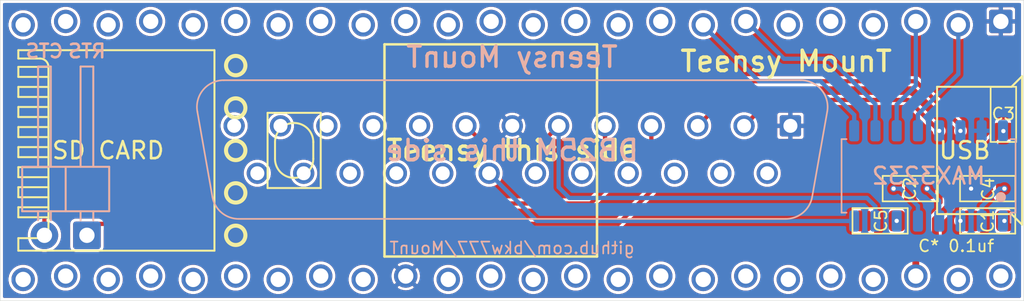
<source format=kicad_pcb>
(kicad_pcb (version 20171130) (host pcbnew 5.1.6-c6e7f7d~87~ubuntu20.04.1)
  (layers (0 F.Cu signal) (31 B.Cu signal) (34 B.Paste user hide) (35 F.Paste user hide) (36 B.SilkS user) (37 F.SilkS user) (38 B.Mask user) (39 F.Mask user hide) (44 Edge.Cuts user))
  (net 0 "")
  (net 1 GND)
  (net 2 "Net-(C1-Pad1)")
  (net 3 "Net-(C1-Pad2)")
  (net 4 "Net-(C2-Pad1)")
  (net 5 "Net-(C2-Pad2)")
  (net 6 "Net-(C4-Pad1)")
  (net 7 "Net-(C5-Pad1)")
  (net 8 +3V3)
  (net 9 /DTR_TTL)
  (net 10 /DSR_TTL)
  (net 11 /TX_TTL)
  (net 12 /RX_TTL)
  (net 13 /DTR_232)
  (net 14 /DCD_232)
  (net 15 /DSR_232)
  (net 16 /CTS_232)
  (net 17 /RTS_232)
  (net 18 /RX_232)
  (net 19 /TX_232)
  (module 0_LOCAL:DSUB-25_Male_Vertical_P2.77x2.84mm (layer B.Cu) (at 163.957 95.0468 180)
    (fp_text reference J2 hide)
    (fp_text value DB25_Male)
    (fp_arc (start 32.963927 -3.97) (end 32.963927 -5.57) (angle 80) (layer B.SilkS) (width 0.1))
    (fp_arc (start 0.276073 -3.97) (end 0.276073 -5.57) (angle -80) (layer B.SilkS) (width 0.1))
    (fp_arc (start 33.863194 1.13) (end 33.863194 2.73) (angle -100) (layer B.SilkS) (width 0.1))
    (fp_arc (start -0.623194 1.13) (end -0.623194 2.73) (angle 100) (layer B.SilkS) (width 0.1))
    (fp_line (start -2.198887 0.852163) (end -1.299619 -4.247837) (layer B.SilkS) (width 0.1))
    (fp_line (start 35.438887 0.852163) (end 34.539619 -4.247837) (layer B.SilkS) (width 0.1))
    (fp_line (start 0.276073 -5.57) (end 32.963927 -5.57) (layer B.SilkS) (width 0.1))
    (fp_line (start -0.623194 2.73) (end 33.863194 2.73) (layer B.SilkS) (width 0.1))
    (pad 25 thru_hole circle (at 31.855 -2.84 180) (size 1.27 1.27) (drill 0.8382) (layers *.Cu *.Mask))
    (pad 24 thru_hole circle (at 29.085 -2.84 180) (size 1.27 1.27) (drill 0.8382) (layers *.Cu *.Mask))
    (pad 23 thru_hole circle (at 26.315 -2.84 180) (size 1.27 1.27) (drill 0.8382) (layers *.Cu *.Mask))
    (pad 22 thru_hole circle (at 23.545 -2.84 180) (size 1.27 1.27) (drill 0.8382) (layers *.Cu *.Mask))
    (pad 21 thru_hole circle (at 20.775 -2.84 180) (size 1.27 1.27) (drill 0.8382) (layers *.Cu *.Mask))
    (pad 20 thru_hole circle (at 18.005 -2.84 180) (size 1.27 1.27) (drill 0.8382) (layers *.Cu *.Mask) (net 13 /DTR_232))
    (pad 19 thru_hole circle (at 15.235 -2.84 180) (size 1.27 1.27) (drill 0.8382) (layers *.Cu *.Mask))
    (pad 18 thru_hole circle (at 12.465 -2.84 180) (size 1.27 1.27) (drill 0.8382) (layers *.Cu *.Mask))
    (pad 17 thru_hole circle (at 9.695 -2.84 180) (size 1.27 1.27) (drill 0.8382) (layers *.Cu *.Mask))
    (pad 16 thru_hole circle (at 6.925 -2.84 180) (size 1.27 1.27) (drill 0.8382) (layers *.Cu *.Mask))
    (pad 15 thru_hole circle (at 4.155 -2.84 180) (size 1.27 1.27) (drill 0.8382) (layers *.Cu *.Mask))
    (pad 14 thru_hole circle (at 1.385 -2.84 180) (size 1.27 1.27) (drill 0.8382) (layers *.Cu *.Mask))
    (pad 13 thru_hole circle (at 33.24 0 180) (size 1.27 1.27) (drill 0.8382) (layers *.Cu *.Mask))
    (pad 12 thru_hole circle (at 30.47 0 180) (size 1.27 1.27) (drill 0.8382) (layers *.Cu *.Mask))
    (pad 11 thru_hole circle (at 27.7 0 180) (size 1.27 1.27) (drill 0.8382) (layers *.Cu *.Mask))
    (pad 10 thru_hole circle (at 24.93 0 180) (size 1.27 1.27) (drill 0.8382) (layers *.Cu *.Mask))
    (pad 9 thru_hole circle (at 22.16 0 180) (size 1.27 1.27) (drill 0.8382) (layers *.Cu *.Mask))
    (pad 8 thru_hole circle (at 19.39 0 180) (size 1.27 1.27) (drill 0.8382) (layers *.Cu *.Mask) (net 14 /DCD_232))
    (pad 7 thru_hole circle (at 16.62 0 180) (size 1.27 1.27) (drill 0.8382) (layers *.Cu *.Mask) (net 1 GND))
    (pad 6 thru_hole circle (at 13.85 0 180) (size 1.27 1.27) (drill 0.8382) (layers *.Cu *.Mask) (net 15 /DSR_232))
    (pad 5 thru_hole circle (at 11.08 0 180) (size 1.27 1.27) (drill 0.8382) (layers *.Cu *.Mask) (net 16 /CTS_232))
    (pad 4 thru_hole circle (at 8.31 0 180) (size 1.27 1.27) (drill 0.8382) (layers *.Cu *.Mask) (net 17 /RTS_232))
    (pad 3 thru_hole circle (at 5.54 0 180) (size 1.27 1.27) (drill 0.8382) (layers *.Cu *.Mask) (net 18 /RX_232))
    (pad 2 thru_hole circle (at 2.77 0 180) (size 1.27 1.27) (drill 0.8382) (layers *.Cu *.Mask) (net 19 /TX_232))
    (pad 1 thru_hole roundrect (at 0 0 180) (size 1.27 1.27) (drill 0.8382) (layers *.Cu *.Mask) (roundrect_rratio 0.1) (net 1 GND))
  )
  (module 0_LOCAL:Teensy_MounT_stagger (layer F.Cu) (at 147.32 96.52 180)
    (fp_text reference J1 hide)
    (fp_text value Teensy hide)
    (fp_line (start 29.5 5) (end 29.5 4.4) (layer F.SilkS) (width 0.12))
    (fp_line (start 29.5 3.8) (end 29.5 3.2) (layer F.SilkS) (width 0.12))
    (fp_line (start 29.5 2.6) (end 29.5 2) (layer F.SilkS) (width 0.12))
    (fp_line (start 29.5 1.4) (end 29.5 0.8) (layer F.SilkS) (width 0.12))
    (fp_line (start 29.5 0.2) (end 29.5 -0.4) (layer F.SilkS) (width 0.12))
    (fp_line (start 29.5 -1) (end 29.5 -1.6) (layer F.SilkS) (width 0.12))
    (fp_line (start 29.5 -2.2) (end 29.5 -2.8) (layer F.SilkS) (width 0.12))
    (fp_line (start 29.5 4.4) (end 27.7 4.4) (layer F.SilkS) (width 0.12))
    (fp_line (start 29.5 3.2) (end 27.7 3.2) (layer F.SilkS) (width 0.12))
    (fp_line (start 29.5 2) (end 27.7 2) (layer F.SilkS) (width 0.12))
    (fp_line (start 29.5 0.8) (end 27.7 0.8) (layer F.SilkS) (width 0.12))
    (fp_line (start 29.5 -0.4) (end 27.7 -0.4) (layer F.SilkS) (width 0.12))
    (fp_line (start 29.5 -1.6) (end 27.7 -1.6) (layer F.SilkS) (width 0.12))
    (fp_line (start 29.5 -2.8) (end 27.7 -2.8) (layer F.SilkS) (width 0.12))
    (fp_line (start 27.7 5) (end 29.5 5) (layer F.SilkS) (width 0.12))
    (fp_line (start 27.7 3.8) (end 29.5 3.8) (layer F.SilkS) (width 0.12))
    (fp_line (start 27.7 2.6) (end 29.5 2.6) (layer F.SilkS) (width 0.12))
    (fp_line (start 27.7 1.4) (end 29.5 1.4) (layer F.SilkS) (width 0.12))
    (fp_line (start 27.7 0.2) (end 29.5 0.2) (layer F.SilkS) (width 0.12))
    (fp_line (start 27.7 -1) (end 29.5 -1) (layer F.SilkS) (width 0.12))
    (fp_line (start 27.7 -2.2) (end 29.5 -2.2) (layer F.SilkS) (width 0.12))
    (fp_line (start 17.78 6) (end 17.78 -6) (layer F.SilkS) (width 0.12))
    (fp_line (start 29.5 -4) (end 27.7 -4) (layer F.SilkS) (width 0.12))
    (fp_line (start 27.7 -3.4) (end 29.5 -3.4) (layer F.SilkS) (width 0.12))
    (fp_line (start 29.5 -3.4) (end 29.5 -4) (layer F.SilkS) (width 0.12))
    (fp_line (start 27.7 -4.75) (end 27.7 5) (layer F.SilkS) (width 0.12))
    (fp_line (start 29.5 -6) (end 29.5 -5.25) (layer F.SilkS) (width 0.12))
    (fp_line (start 29.5 6) (end 29.5 5.5) (layer F.SilkS) (width 0.12))
    (fp_line (start 29.5 5.5) (end 28.2 5.5) (layer F.SilkS) (width 0.12))
    (fp_line (start 29.5 -5.25) (end 28.2 -5.25) (layer F.SilkS) (width 0.12))
    (fp_line (start -30.48 -4.445) (end -29.845 -3.81) (layer F.SilkS) (width 0.12))
    (fp_line (start -30.48 4.445) (end -29.845 3.81) (layer F.SilkS) (width 0.12))
    (fp_line (start -30.48 -4.445) (end -30.48 4.445) (layer F.SilkS) (width 0.12))
    (fp_line (start 7.62 6.35) (end 7.62 -6.35) (layer F.SilkS) (width 0.15))
    (fp_line (start -5.08 -6.35) (end -5.08 6.35) (layer F.SilkS) (width 0.15))
    (fp_line (start -5.08 6.35) (end 7.62 6.35) (layer F.SilkS) (width 0.15))
    (fp_line (start -5.08 -6.35) (end 7.62 -6.35) (layer F.SilkS) (width 0.15))
    (fp_line (start 29.5 -6) (end 17.78 -6) (layer F.SilkS) (width 0.12))
    (fp_line (start 17.78 6) (end 29.5 6) (layer F.SilkS) (width 0.12))
    (fp_line (start -25.4 3.81) (end -25.4 -3.81) (layer F.SilkS) (width 0.12))
    (fp_line (start -25.4 -3.81) (end -29.845 -3.81) (layer F.SilkS) (width 0.12))
    (fp_line (start -25.4 3.81) (end -29.845 3.81) (layer F.SilkS) (width 0.12))
    (fp_line (start 11.43 -2.25) (end 11.43 2.25) (layer F.SilkS) (width 0.12))
    (fp_line (start 11.43 2.25) (end 14.605 2.25) (layer F.SilkS) (width 0.12))
    (fp_line (start 14.605 2.25) (end 14.605 -2.25) (layer F.SilkS) (width 0.12))
    (fp_line (start 14.605 -2.25) (end 11.43 -2.25) (layer F.SilkS) (width 0.12))
    (fp_line (start 11.8745 -0.5) (end 11.8745 0.5) (layer F.SilkS) (width 0.12))
    (fp_line (start 14.1605 -0.5) (end 14.1605 0.5) (layer F.SilkS) (width 0.12))
    (fp_circle (center 16.51 -5.08) (end 17.08912 -5.08) (layer F.SilkS) (width 0.2413))
    (fp_circle (center 16.51 -2.54) (end 17.08912 -2.54) (layer F.SilkS) (width 0.2413))
    (fp_circle (center 16.51 0) (end 17.08912 0) (layer F.SilkS) (width 0.2413))
    (fp_circle (center 16.51 2.54) (end 17.08912 2.54) (layer F.SilkS) (width 0.2413))
    (fp_circle (center 16.51 5.08) (end 17.08912 5.08) (layer F.SilkS) (width 0.2413))
    (fp_arc (start 28.2 5) (end 27.7 5) (angle -90) (layer F.SilkS) (width 0.12))
    (fp_arc (start 28.2 -4.75) (end 28.2 -5.25) (angle -90) (layer F.SilkS) (width 0.12))
    (fp_arc (start 13.0175 0.5) (end 11.8745 0.5) (angle -180) (layer F.SilkS) (width 0.12))
    (fp_arc (start 13.0175 -0.5) (end 14.1605 -0.5) (angle -180) (layer F.SilkS) (width 0.12))
    (pad 17 thru_hole circle (at 11.43 7.7216 180) (size 1.397 1.397) (drill 0.9144) (layers *.Cu *.Mask))
    (pad 18 thru_hole circle (at 13.97 7.5184 180) (size 1.397 1.397) (drill 0.9144) (layers *.Cu *.Mask))
    (pad 19 thru_hole circle (at 16.51 7.7216 180) (size 1.397 1.397) (drill 0.9144) (layers *.Cu *.Mask))
    (pad 20 thru_hole circle (at 19.05 7.5184 180) (size 1.397 1.397) (drill 0.9144) (layers *.Cu *.Mask))
    (pad 16 thru_hole circle (at 8.89 7.5184 180) (size 1.397 1.397) (drill 0.9144) (layers *.Cu *.Mask))
    (pad 15 thru_hole circle (at 6.35 7.7216 180) (size 1.397 1.397) (drill 0.9144) (layers *.Cu *.Mask))
    (pad 14 thru_hole circle (at 3.81 7.5184 180) (size 1.397 1.397) (drill 0.9144) (layers *.Cu *.Mask))
    (pad 21 thru_hole circle (at 21.59 7.7216 180) (size 1.397 1.397) (drill 0.9144) (layers *.Cu *.Mask))
    (pad 22 thru_hole circle (at 24.13 7.5184 180) (size 1.397 1.397) (drill 0.9144) (layers *.Cu *.Mask))
    (pad 23 thru_hole circle (at 26.67 7.7216 180) (size 1.397 1.397) (drill 0.9144) (layers *.Cu *.Mask))
    (pad 24 thru_hole circle (at 29.21 7.5184 180) (size 1.397 1.397) (drill 0.9144) (layers *.Cu *.Mask))
    (pad 30 thru_hole circle (at 29.21 -7.7216 180) (size 1.397 1.397) (drill 0.9144) (layers *.Cu *.Mask))
    (pad 31 thru_hole circle (at 26.67 -7.5184 180) (size 1.397 1.397) (drill 0.9144) (layers *.Cu *.Mask))
    (pad 32 thru_hole circle (at 24.13 -7.7216 180) (size 1.397 1.397) (drill 0.9144) (layers *.Cu *.Mask))
    (pad 33 thru_hole circle (at 21.59 -7.5184 180) (size 1.397 1.397) (drill 0.9144) (layers *.Cu *.Mask))
    (pad 34 thru_hole circle (at 19.05 -7.7216 180) (size 1.397 1.397) (drill 0.9144) (layers *.Cu *.Mask))
    (pad 35 thru_hole circle (at 16.51 -7.5184 180) (size 1.397 1.397) (drill 0.9144) (layers *.Cu *.Mask))
    (pad 36 thru_hole circle (at 13.97 -7.7216 180) (size 1.397 1.397) (drill 0.9144) (layers *.Cu *.Mask))
    (pad 37 thru_hole circle (at 11.43 -7.5184 180) (size 1.397 1.397) (drill 0.9144) (layers *.Cu *.Mask))
    (pad 13 thru_hole circle (at 1.2446 7.7216 180) (size 1.397 1.397) (drill 0.9144) (layers *.Cu *.Mask))
    (pad 12 thru_hole circle (at -1.27 7.5184 180) (size 1.397 1.397) (drill 0.9144) (layers *.Cu *.Mask))
    (pad 11 thru_hole circle (at -3.81 7.7216 180) (size 1.397 1.397) (drill 0.9144) (layers *.Cu *.Mask))
    (pad 10 thru_hole circle (at -6.35 7.5184 180) (size 1.397 1.397) (drill 0.9144) (layers *.Cu *.Mask))
    (pad 9 thru_hole circle (at -8.89 7.7216 180) (size 1.397 1.397) (drill 0.9144) (layers *.Cu *.Mask))
    (pad 8 thru_hole circle (at -11.43 7.5184 180) (size 1.397 1.397) (drill 0.9144) (layers *.Cu *.Mask) (net 10 /DSR_TTL))
    (pad 7 thru_hole circle (at -13.97 7.7216 180) (size 1.397 1.397) (drill 0.9144) (layers *.Cu *.Mask) (net 9 /DTR_TTL))
    (pad 6 thru_hole circle (at -16.51 7.5184 180) (size 1.397 1.397) (drill 0.9144) (layers *.Cu *.Mask))
    (pad 5 thru_hole circle (at -19.05 7.7216 180) (size 1.397 1.397) (drill 0.9144) (layers *.Cu *.Mask))
    (pad 4 thru_hole circle (at -21.59 7.5184 180) (size 1.397 1.397) (drill 0.9144) (layers *.Cu *.Mask))
    (pad 3 thru_hole circle (at -24.13 7.7216 180) (size 1.397 1.397) (drill 0.9144) (layers *.Cu *.Mask) (net 11 /TX_TTL))
    (pad 2 thru_hole circle (at -26.67 7.5184 180) (size 1.397 1.397) (drill 0.9144) (layers *.Cu *.Mask) (net 12 /RX_TTL))
    (pad 1 thru_hole roundrect (at -29.21 7.7216 180) (size 1.397 1.397) (drill 0.9144) (layers *.Cu *.Mask) (roundrect_rratio 0.1) (net 1 GND))
    (pad 38 thru_hole circle (at 8.89 -7.7216 180) (size 1.397 1.397) (drill 0.9144) (layers *.Cu *.Mask))
    (pad 39 thru_hole circle (at 6.35 -7.5184 180) (size 1.397 1.397) (drill 0.9144) (layers *.Cu *.Mask) (net 1 GND))
    (pad 40 thru_hole circle (at 3.81 -7.7216 180) (size 1.397 1.397) (drill 0.9144) (layers *.Cu *.Mask))
    (pad 41 thru_hole circle (at 1.27 -7.5184 180) (size 1.397 1.397) (drill 0.9144) (layers *.Cu *.Mask))
    (pad 42 thru_hole circle (at -1.27 -7.7216 180) (size 1.397 1.397) (drill 0.9144) (layers *.Cu *.Mask))
    (pad 43 thru_hole circle (at -3.81 -7.5184 180) (size 1.397 1.397) (drill 0.9144) (layers *.Cu *.Mask))
    (pad 44 thru_hole circle (at -6.35 -7.7216 180) (size 1.397 1.397) (drill 0.9144) (layers *.Cu *.Mask))
    (pad 45 thru_hole circle (at -8.89 -7.5184 180) (size 1.397 1.397) (drill 0.9144) (layers *.Cu *.Mask))
    (pad 46 thru_hole circle (at -11.43 -7.7216 180) (size 1.397 1.397) (drill 0.9144) (layers *.Cu *.Mask))
    (pad 47 thru_hole circle (at -13.97 -7.5184 180) (size 1.397 1.397) (drill 0.9144) (layers *.Cu *.Mask))
    (pad 48 thru_hole circle (at -16.51 -7.7216 180) (size 1.397 1.397) (drill 0.9144) (layers *.Cu *.Mask))
    (pad 49 thru_hole circle (at -19.05 -7.5184 180) (size 1.397 1.397) (drill 0.9144) (layers *.Cu *.Mask))
    (pad 50 thru_hole circle (at -21.59 -7.7216 180) (size 1.397 1.397) (drill 0.9144) (layers *.Cu *.Mask))
    (pad 51 thru_hole circle (at -24.13 -7.5184 180) (size 1.397 1.397) (drill 0.9144) (layers *.Cu *.Mask) (net 8 +3V3))
    (pad 52 thru_hole circle (at -26.67 -7.7216 180) (size 1.397 1.397) (drill 0.9144) (layers *.Cu *.Mask))
    (pad 53 thru_hole circle (at -29.21 -7.5184 180) (size 1.397 1.397) (drill 0.9144) (layers *.Cu *.Mask))
  )
  (module 0_LOCAL:PinHeader_1x02_P2.54mm_Horizontal (layer B.Cu) (at 121.92 101.6 90)
    (fp_text reference JP1 hide)
    (fp_text value Jumper_2_Bridged)
    (fp_line (start 0.9 -2.92) (end 1.44 -2.92) (layer B.SilkS) (width 0.12))
    (fp_line (start 0.9 -2.16) (end 1.44 -2.16) (layer B.SilkS) (width 0.12))
    (fp_line (start 10.1 -2.92) (end 4.1 -2.92) (layer B.SilkS) (width 0.12))
    (fp_line (start 10.1 -2.16) (end 10.1 -2.92) (layer B.SilkS) (width 0.12))
    (fp_line (start 4.1 -2.16) (end 10.1 -2.16) (layer B.SilkS) (width 0.12))
    (fp_line (start 1.44 -1.27) (end 4.1 -1.27) (layer B.SilkS) (width 0.12))
    (fp_line (start 0.9 -0.38) (end 1.44 -0.38) (layer B.SilkS) (width 0.12))
    (fp_line (start 0.9 0.38) (end 1.44 0.38) (layer B.SilkS) (width 0.12))
    (fp_line (start 10.1 -0.38) (end 4.1 -0.38) (layer B.SilkS) (width 0.12))
    (fp_line (start 10.1 0.38) (end 10.1 -0.38) (layer B.SilkS) (width 0.12))
    (fp_line (start 4.1 0.38) (end 10.1 0.38) (layer B.SilkS) (width 0.12))
    (fp_line (start 4.1 1.33) (end 1.44 1.33) (layer B.SilkS) (width 0.12))
    (fp_line (start 4.1 -3.87) (end 4.1 1.33) (layer B.SilkS) (width 0.12))
    (fp_line (start 1.44 -3.87) (end 4.1 -3.87) (layer B.SilkS) (width 0.12))
    (fp_line (start 1.44 1.33) (end 1.44 -3.87) (layer B.SilkS) (width 0.12))
    (pad 2 thru_hole custom (at 0 -2.54 90) (size 1.651 1.651) (drill 0.9144) (layers *.Cu *.Mask) (net 16 /CTS_232) (options (clearance outline) (anchor circle)) (primitives))
    (pad 1 thru_hole roundrect (at 0 0 90) (size 1.651 1.651) (drill 0.9144) (layers *.Cu *.Mask) (roundrect_rratio 0.1) (net 17 /RTS_232))
  )
  (module 0_LOCAL:C_0805 (layer F.Cu) (at 169.3164 100.7364 180)
    (fp_text reference C5 (at -0.0508 0 90) (layer F.SilkS) (effects (font (size 0.7112 0.7112) (thickness 0.1016))))
    (fp_text value 0.1uf)
    (fp_line (start 1.651 -0.762) (end -1.651 -0.762) (layer F.SilkS) (width 0.1016))
    (fp_line (start -1.651 0.762) (end 1.651 0.762) (layer F.SilkS) (width 0.1016))
    (fp_line (start 1.651 -0.762) (end 1.651 0.762) (layer F.SilkS) (width 0.1016))
    (fp_line (start -1.651 -0.762) (end -1.651 0.762) (layer F.SilkS) (width 0.1016))
    (pad 1 smd roundrect (at -1 0 180) (size 1 1.25) (layers F.Cu F.Paste F.Mask) (net 7 "Net-(C5-Pad1)"))
    (pad 2 smd roundrect (at 1 0 180) (size 1 1.25) (layers F.Cu F.Paste F.Mask) (net 1 GND))
  )
  (module 0_LOCAL:C_0805 (layer F.Cu) (at 171.1198 98.806 180)
    (fp_text reference C2 (at 0.0254 0 90) (layer F.SilkS) (effects (font (size 0.7112 0.7112) (thickness 0.1016))))
    (fp_text value 0.1uf)
    (fp_line (start 1.651 -0.762) (end -1.651 -0.762) (layer F.SilkS) (width 0.1016))
    (fp_line (start -1.651 0.762) (end 1.651 0.762) (layer F.SilkS) (width 0.1016))
    (fp_line (start 1.651 -0.762) (end 1.651 0.762) (layer F.SilkS) (width 0.1016))
    (fp_line (start -1.651 -0.762) (end -1.651 0.762) (layer F.SilkS) (width 0.1016))
    (pad 1 smd roundrect (at -1 0 180) (size 1 1.25) (layers F.Cu F.Paste F.Mask) (net 4 "Net-(C2-Pad1)"))
    (pad 2 smd roundrect (at 1 0 180) (size 1 1.25) (layers F.Cu F.Paste F.Mask) (net 5 "Net-(C2-Pad2)"))
  )
  (module 0_LOCAL:C_0805 (layer F.Cu) (at 175.7426 100.7364 180)
    (fp_text reference C1 (at 0 -0.0254 90) (layer F.SilkS) (effects (font (size 0.7112 0.7112) (thickness 0.1016))))
    (fp_text value 0.1uf)
    (fp_line (start 1.651 -0.762) (end -1.651 -0.762) (layer F.SilkS) (width 0.1016))
    (fp_line (start -1.651 0.762) (end 1.651 0.762) (layer F.SilkS) (width 0.1016))
    (fp_line (start 1.651 -0.762) (end 1.651 0.762) (layer F.SilkS) (width 0.1016))
    (fp_line (start -1.651 -0.762) (end -1.651 0.762) (layer F.SilkS) (width 0.1016))
    (pad 1 smd roundrect (at -1 0 180) (size 1 1.25) (layers F.Cu F.Paste F.Mask) (net 2 "Net-(C1-Pad1)"))
    (pad 2 smd roundrect (at 1 0 180) (size 1 1.25) (layers F.Cu F.Paste F.Mask) (net 3 "Net-(C1-Pad2)"))
  )
  (module 0_LOCAL:C_0805 (layer F.Cu) (at 175.7426 98.806 180)
    (fp_text reference C4 (at -0.0254 -0.0254 90) (layer F.SilkS) (effects (font (size 0.7112 0.7112) (thickness 0.1016))))
    (fp_text value 0.1uf)
    (fp_line (start 1.651 -0.762) (end -1.651 -0.762) (layer F.SilkS) (width 0.1016))
    (fp_line (start -1.651 0.762) (end 1.651 0.762) (layer F.SilkS) (width 0.1016))
    (fp_line (start 1.651 -0.762) (end 1.651 0.762) (layer F.SilkS) (width 0.1016))
    (fp_line (start -1.651 -0.762) (end -1.651 0.762) (layer F.SilkS) (width 0.1016))
    (pad 1 smd roundrect (at -1 0 180) (size 1 1.25) (layers F.Cu F.Paste F.Mask) (net 6 "Net-(C4-Pad1)"))
    (pad 2 smd roundrect (at 1 0 180) (size 1 1.25) (layers F.Cu F.Paste F.Mask) (net 1 GND))
  )
  (module 0_LOCAL:C_0805 (layer F.Cu) (at 176.6824 94.361 90)
    (fp_text reference C3 (at 0.0254 0) (layer F.SilkS) (effects (font (size 0.7112 0.7112) (thickness 0.1016))))
    (fp_text value 0.1uf)
    (fp_line (start 1.651 -0.762) (end -1.651 -0.762) (layer F.SilkS) (width 0.1016))
    (fp_line (start -1.651 0.762) (end 1.651 0.762) (layer F.SilkS) (width 0.1016))
    (fp_line (start 1.651 -0.762) (end 1.651 0.762) (layer F.SilkS) (width 0.1016))
    (fp_line (start -1.651 -0.762) (end -1.651 0.762) (layer F.SilkS) (width 0.1016))
    (pad 1 smd roundrect (at -1 0 90) (size 1 1.25) (layers F.Cu F.Paste F.Mask) (net 8 +3V3))
    (pad 2 smd roundrect (at 1 0 90) (size 1 1.25) (layers F.Cu F.Paste F.Mask) (net 1 GND))
  )
  (module 0_LOCAL:NetTie-2_SMD_10 (layer F.Cu) (at 147.32 96.4692 180)
    (fp_text reference NT1 hide)
    (fp_text value Net-Tie_2)
    (fp_poly (pts (xy -0.254 -0.127) (xy 0.254 -0.127) (xy 0.254 0.127) (xy -0.254 0.127)) (layer F.Cu) (width 0))
    (pad 2 smd circle (at 0.254 0 180) (size 0.254 0.254) (layers F.Cu) (net 14 /DCD_232))
    (pad 1 smd circle (at -0.254 0 180) (size 0.254 0.254) (layers F.Cu) (net 15 /DSR_232))
  )
  (module 0_LOCAL:SOIC-16_W3.90mm (layer B.Cu) (at 172.212 98.044 180)
    (fp_text reference U1 hide)
    (fp_text value MAX3232 (at 0 0) (layer B.SilkS) (effects (justify mirror)))
    (fp_line (start -4.9 2.2) (end -5.2 2.2) (layer B.SilkS) (width 0.1))
    (fp_line (start -4.9 -2.2) (end -4.9 -2.8) (layer B.SilkS) (width 0.1))
    (fp_line (start -5.2 -2.2) (end -4.9 -2.2) (layer B.SilkS) (width 0.1))
    (fp_line (start -5.2 2.2) (end -5.2 -2.2) (layer B.SilkS) (width 0.1))
    (fp_line (start 5.2 -2.2) (end 5.2 2.2) (layer B.SilkS) (width 0.1))
    (fp_line (start 4.9 -2.2) (end 5.2 -2.2) (layer B.SilkS) (width 0.1))
    (fp_line (start 5.2 2.2) (end 4.9 2.2) (layer B.SilkS) (width 0.1))
    (fp_circle (center -4.318 -1.27) (end -4.1656 -1.27) (layer B.SilkS) (width 0.3048))
    (pad 16 smd roundrect (at -4.445 2.7 180) (size 0.6 1.27) (layers B.Cu B.Paste B.Mask) (net 8 +3V3))
    (pad 15 smd roundrect (at -3.175 2.7 180) (size 0.6 1.27) (layers B.Cu B.Paste B.Mask) (net 1 GND))
    (pad 14 smd roundrect (at -1.905 2.7 180) (size 0.6 1.27) (layers B.Cu B.Paste B.Mask) (net 18 /RX_232))
    (pad 13 smd roundrect (at -0.635 2.7 180) (size 0.6 1.27) (layers B.Cu B.Paste B.Mask) (net 19 /TX_232))
    (pad 12 smd roundrect (at 0.635 2.7 180) (size 0.6 1.27) (layers B.Cu B.Paste B.Mask) (net 12 /RX_TTL))
    (pad 11 smd roundrect (at 1.905 2.7 180) (size 0.6 1.27) (layers B.Cu B.Paste B.Mask) (net 11 /TX_TTL))
    (pad 10 smd roundrect (at 3.175 2.7 180) (size 0.6 1.27) (layers B.Cu B.Paste B.Mask) (net 9 /DTR_TTL))
    (pad 9 smd roundrect (at 4.445 2.7 180) (size 0.6 1.27) (layers B.Cu B.Paste B.Mask) (net 10 /DSR_TTL))
    (pad 8 smd roundrect (at 4.445 -2.7 180) (size 0.6 1.27) (layers B.Cu B.Paste B.Mask) (net 13 /DTR_232))
    (pad 7 smd roundrect (at 3.175 -2.7 180) (size 0.6 1.27) (layers B.Cu B.Paste B.Mask) (net 15 /DSR_232))
    (pad 6 smd roundrect (at 1.905 -2.7 180) (size 0.6 1.27) (layers B.Cu B.Paste B.Mask) (net 7 "Net-(C5-Pad1)"))
    (pad 5 smd roundrect (at 0.635 -2.7 180) (size 0.6 1.27) (layers B.Cu B.Paste B.Mask) (net 5 "Net-(C2-Pad2)"))
    (pad 4 smd roundrect (at -0.635 -2.7 180) (size 0.6 1.27) (layers B.Cu B.Paste B.Mask) (net 4 "Net-(C2-Pad1)"))
    (pad 3 smd roundrect (at -1.905 -2.7 180) (size 0.6 1.27) (layers B.Cu B.Paste B.Mask) (net 3 "Net-(C1-Pad2)"))
    (pad 2 smd roundrect (at -3.175 -2.7 180) (size 0.6 1.27) (layers B.Cu B.Paste B.Mask) (net 6 "Net-(C4-Pad1)"))
    (pad 1 smd roundrect (at -4.445 -2.7 180) (size 0.6 1.27) (layers B.Cu B.Paste B.Mask) (net 2 "Net-(C1-Pad1)"))
  )
  (gr_text USB (at 174.371 96.52) (layer F.SilkS) (effects (font (size 1.016 1.016) (thickness 0.1524))))
  (gr_text "SD CARD" (at 123.19 96.52) (layer F.SilkS) (effects (font (size 1.016 1.016) (thickness 0.1524))))
  (gr_text "Teensy MounT" (at 163.703 91.186) (layer F.SilkS) (effects (font (size 1.2192 1.2192) (thickness 0.2032))))
  (gr_line (start 177.9016 105.5116) (end 177.9016 87.5284) (layer Edge.Cuts) (width 0.0254))
  (gr_line (start 116.7384 105.5116) (end 177.9016 105.5116) (layer Edge.Cuts) (width 0.0254))
  (gr_line (start 116.7384 87.5284) (end 116.7384 105.5116) (layer Edge.Cuts) (width 0.0254))
  (gr_line (start 177.9016 87.5284) (end 116.7384 87.5284) (layer Edge.Cuts) (width 0.0254))
  (gr_text CTS (at 119.38 90.5764) (layer B.SilkS) (effects (font (size 0.8128 0.8128) (thickness 0.1524)) (justify mirror)))
  (gr_text RTS (at 121.92 90.5764) (layer B.SilkS) (effects (font (size 0.8128 0.8128) (thickness 0.1524)) (justify mirror)))
  (gr_text "DB25M this side" (at 147.32 96.52) (layer B.SilkS) (effects (font (size 1.2192 1.2192) (thickness 0.2032)) (justify mirror)))
  (gr_text "Teensy this side" (at 147.32 96.52) (layer F.SilkS) (effects (font (size 1.2192 1.2192) (thickness 0.2032))))
  (gr_text "Teensy MounT" (at 147.32 90.932) (layer B.SilkS) (effects (font (size 1.2192 1.2192) (thickness 0.2032)) (justify mirror)))
  (gr_text github.com/bkw777/MounT (at 147.32 102.362) (layer B.SilkS) (effects (font (size 0.7112 0.7112) (thickness 0.1016)) (justify mirror)))
  (gr_text "C* 0.1uf" (at 173.863 102.235) (layer F.SilkS) (effects (font (size 0.7112 0.7112) (thickness 0.1016))))
  (via (at 174.752 98.806) (size 0.4064) (drill 0.254) (layers F.Cu B.Cu) (net 1))
  (via (at 176.7426 100.7364) (size 0.4064) (drill 0.254) (layers F.Cu B.Cu) (net 2))
  (segment (start 174.117 100.7364) (end 174.7426 100.7364) (width 0.4064) (layer F.Cu) (net 3))
  (via (at 174.117 100.7364) (size 0.4064) (drill 0.254) (layers F.Cu B.Cu) (net 3))
  (via (at 172.1198 98.806) (size 0.4064) (drill 0.254) (layers F.Cu B.Cu) (net 4))
  (segment (start 172.847 99.5332) (end 172.847 100.744) (width 0.254) (layer B.Cu) (net 4))
  (segment (start 172.1198 98.806) (end 172.847 99.5332) (width 0.254) (layer B.Cu) (net 4))
  (via (at 170.1198 98.806) (size 0.4064) (drill 0.254) (layers F.Cu B.Cu) (net 5))
  (segment (start 171.577 99.8474) (end 171.577 100.744) (width 0.254) (layer B.Cu) (net 5))
  (segment (start 170.5356 98.806) (end 171.577 99.8474) (width 0.254) (layer B.Cu) (net 5))
  (segment (start 170.1198 98.806) (end 170.5356 98.806) (width 0.254) (layer B.Cu) (net 5))
  (via (at 176.7426 98.806) (size 0.4064) (drill 0.254) (layers F.Cu B.Cu) (net 6))
  (segment (start 175.387 99.8728) (end 175.387 100.744) (width 0.254) (layer B.Cu) (net 6))
  (segment (start 176.4538 98.806) (end 175.387 99.8728) (width 0.254) (layer B.Cu) (net 6))
  (segment (start 176.7426 98.806) (end 176.4538 98.806) (width 0.254) (layer B.Cu) (net 6))
  (via (at 170.307 100.7364) (size 0.4064) (drill 0.254) (layers F.Cu B.Cu) (net 7))
  (via (at 176.6824 95.361) (size 0.4064) (drill 0.254) (layers F.Cu B.Cu) (net 8))
  (segment (start 175.006 96.9264) (end 176.5808 95.3516) (width 0.4064) (layer F.Cu) (net 8))
  (segment (start 174.0662 96.9264) (end 175.006 96.9264) (width 0.4064) (layer F.Cu) (net 8))
  (segment (start 173.4312 97.5614) (end 174.0662 96.9264) (width 0.4064) (layer F.Cu) (net 8))
  (segment (start 176.5808 95.3516) (end 176.6664 95.3516) (width 0.4064) (layer F.Cu) (net 8))
  (segment (start 172.6184 101.5492) (end 172.6184 100.6475) (width 0.4064) (layer F.Cu) (net 8))
  (segment (start 172.6184 100.6475) (end 173.4312 99.8347) (width 0.4064) (layer F.Cu) (net 8))
  (segment (start 171.45 102.7176) (end 172.6184 101.5492) (width 0.4064) (layer F.Cu) (net 8))
  (segment (start 173.4312 99.8347) (end 173.4312 97.5614) (width 0.4064) (layer F.Cu) (net 8))
  (segment (start 171.45 103.9876) (end 171.45 102.7176) (width 0.4064) (layer F.Cu) (net 8))
  (segment (start 169.037 93.7514) (end 169.037 95.344) (width 0.254) (layer B.Cu) (net 9))
  (segment (start 166.3192 91.0336) (end 169.037 93.7514) (width 0.254) (layer B.Cu) (net 9))
  (segment (start 163.576 91.0336) (end 166.3192 91.0336) (width 0.254) (layer B.Cu) (net 9))
  (segment (start 161.29 88.7476) (end 163.576 91.0336) (width 0.254) (layer B.Cu) (net 9))
  (segment (start 167.767 94.3864) (end 167.767 95.344) (width 0.254) (layer B.Cu) (net 10))
  (segment (start 165.7604 92.3798) (end 167.767 94.3864) (width 0.254) (layer B.Cu) (net 10))
  (segment (start 162.0774 92.3798) (end 165.7604 92.3798) (width 0.254) (layer B.Cu) (net 10))
  (segment (start 158.75 89.0524) (end 162.0774 92.3798) (width 0.254) (layer B.Cu) (net 10))
  (segment (start 170.307 93.7768) (end 170.307 95.344) (width 0.254) (layer B.Cu) (net 11))
  (segment (start 171.45 92.6338) (end 170.307 93.7768) (width 0.254) (layer B.Cu) (net 11))
  (segment (start 171.45 88.7476) (end 171.45 92.6338) (width 0.254) (layer B.Cu) (net 11))
  (segment (start 173.99 91.948) (end 173.99 89.0524) (width 0.254) (layer B.Cu) (net 12))
  (segment (start 171.577 94.361) (end 173.99 91.948) (width 0.254) (layer B.Cu) (net 12))
  (segment (start 171.577 95.344) (end 171.577 94.361) (width 0.254) (layer B.Cu) (net 12))
  (segment (start 148.8092 100.744) (end 145.952 97.8868) (width 0.254) (layer B.Cu) (net 13))
  (segment (start 167.767 100.744) (end 148.8092 100.744) (width 0.254) (layer B.Cu) (net 13))
  (segment (start 145.9894 96.4692) (end 144.567 95.0468) (width 0.254) (layer F.Cu) (net 14))
  (segment (start 147.066 96.4692) (end 145.9894 96.4692) (width 0.254) (layer F.Cu) (net 14))
  (segment (start 148.6846 96.4692) (end 150.107 95.0468) (width 0.254) (layer F.Cu) (net 15))
  (segment (start 147.574 96.4692) (end 148.6846 96.4692) (width 0.254) (layer F.Cu) (net 15))
  (segment (start 150.107 98.7228) (end 150.107 95.0468) (width 0.254) (layer B.Cu) (net 15))
  (segment (start 150.749 99.3648) (end 150.107 98.7228) (width 0.254) (layer B.Cu) (net 15))
  (segment (start 168.529 99.3648) (end 150.749 99.3648) (width 0.254) (layer B.Cu) (net 15))
  (segment (start 169.037 99.8728) (end 168.529 99.3648) (width 0.254) (layer B.Cu) (net 15))
  (segment (start 169.037 100.744) (end 169.037 99.8728) (width 0.254) (layer B.Cu) (net 15))
  (segment (start 152.019 99.695) (end 120.1674 99.695) (width 0.254) (layer F.Cu) (net 16))
  (segment (start 119.38 100.4824) (end 119.38 101.6) (width 0.254) (layer F.Cu) (net 16))
  (segment (start 152.877 98.837) (end 152.019 99.695) (width 0.254) (layer F.Cu) (net 16))
  (segment (start 120.1674 99.695) (end 119.38 100.4824) (width 0.254) (layer F.Cu) (net 16))
  (segment (start 152.877 95.0468) (end 152.877 98.837) (width 0.254) (layer F.Cu) (net 16))
  (segment (start 122.6058 100.9142) (end 121.92 101.6) (width 0.254) (layer F.Cu) (net 17))
  (segment (start 153.67 100.9142) (end 122.6058 100.9142) (width 0.254) (layer F.Cu) (net 17))
  (segment (start 155.647 98.9372) (end 153.67 100.9142) (width 0.254) (layer F.Cu) (net 17))
  (segment (start 155.647 95.0468) (end 155.647 98.9372) (width 0.254) (layer F.Cu) (net 17))
  (via (at 174.117 95.3516) (size 0.4064) (drill 0.254) (layers F.Cu B.Cu) (net 18))
  (segment (start 174.117 95.0468) (end 174.117 95.3516) (width 0.254) (layer F.Cu) (net 18))
  (segment (start 171.45 92.3798) (end 174.117 95.0468) (width 0.254) (layer F.Cu) (net 18))
  (segment (start 161.084 92.3798) (end 171.45 92.3798) (width 0.254) (layer F.Cu) (net 18))
  (segment (start 158.417 95.0468) (end 161.084 92.3798) (width 0.254) (layer F.Cu) (net 18))
  (via (at 172.847 95.3516) (size 0.4064) (drill 0.254) (layers F.Cu B.Cu) (net 19))
  (segment (start 162.7364 93.4974) (end 161.187 95.0468) (width 0.254) (layer F.Cu) (net 19))
  (segment (start 170.9928 93.4974) (end 162.7364 93.4974) (width 0.254) (layer F.Cu) (net 19))
  (segment (start 172.847 95.3516) (end 170.9928 93.4974) (width 0.254) (layer F.Cu) (net 19))
  (zone (net 1) (net_name GND) (layer F.Cu) (connect_pads (clearance 0.1524)) (min_thickness 0.1524) (fill yes (arc_segments 32) (thermal_gap 0.1524) (thermal_bridge_width 0.254) (smoothing fillet) (radius 0.0762))
    (polygon (pts (xy 177.9016 105.5116) (xy 116.7384 105.5116) (xy 116.7384 87.5284) (xy 177.9016 87.5284)))
  )
  (zone (net 1) (net_name GND) (layer B.Cu) (connect_pads (clearance 0.1524)) (min_thickness 0.1524) (fill yes (arc_segments 32) (thermal_gap 0.1524) (thermal_bridge_width 0.254) (smoothing fillet) (radius 0.0762))
    (polygon (pts (xy 177.9016 105.5116) (xy 116.7384 105.5116) (xy 116.7384 87.5284) (xy 177.9016 87.5284)))
  )
)
</source>
